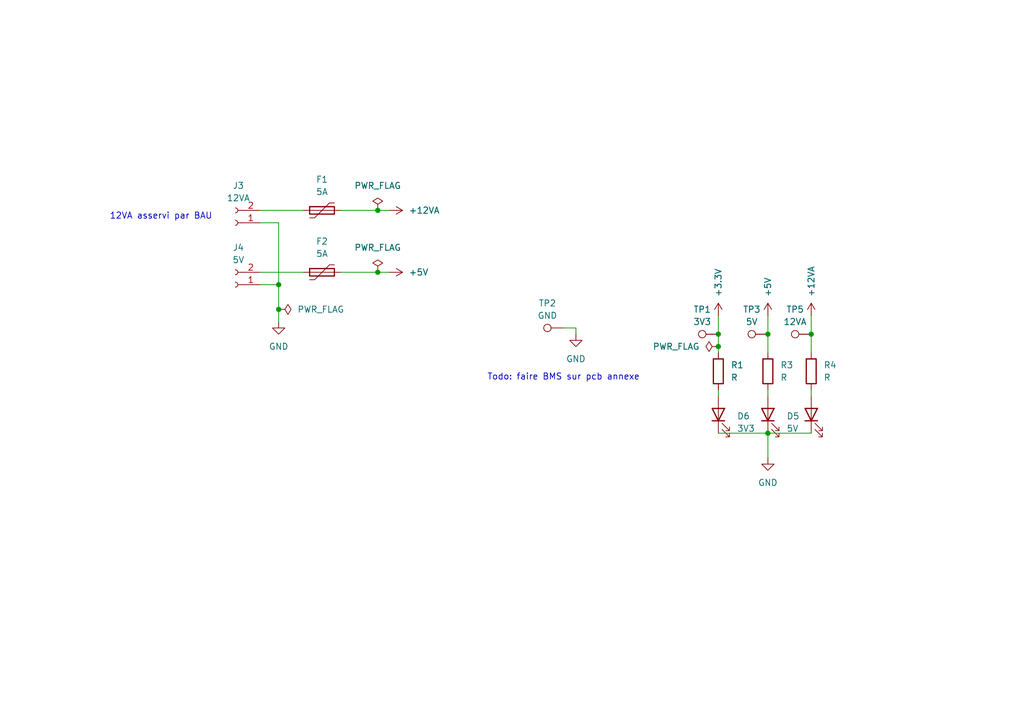
<source format=kicad_sch>
(kicad_sch (version 20231120) (generator "eeschema") (generator_version "8.0")
  (paper "A5")
  (title_block (title "Carte Principale") (date "2024-08-12") (company "CRINSA") (comment 1 "Carte de contrôle pour le robot"))
  (lib_symbols
    (symbol "Connector:Conn_01x02_Socket" (pin_names (offset 1.016) hide)
      (property "Reference" "J" (at 0 2.54 0))
      (property "Value" "Conn_01x02_Socket" (at 0 -5.08 0))
      (symbol "Conn_01x02_Socket_1_1"
        (arc (start 0 -2.032) (mid -0.5058 -2.54) (end 0 -3.048) (stroke (width 0.1524)))
        (polyline (pts (xy -1.27 -2.54) (xy -0.508 -2.54)) (stroke (width 0.1524)))
        (polyline (pts (xy -1.27 0) (xy -0.508 0)) (stroke (width 0.1524)))
        (arc (start 0 0.508) (mid -0.5058 0) (end 0 -0.508) (stroke (width 0.1524)))
        (pin passive line (at -5.08 0 0) (length 3.81) (name "Pin_1") (number "1"))
        (pin passive line (at -5.08 -2.54 0) (length 3.81) (name "Pin_2") (number "2"))
      )
    )
    (symbol "Connector:TestPoint" (pin_numbers hide) (pin_names (offset 0.762) hide)
      (property "Reference" "TP" (at 0 6.858 0))
      (property "Value" "TestPoint" (at 0 5.08 0))
      (symbol "TestPoint_0_1"
        (circle (center 0 3.302) (radius 0.762))
      )
      (symbol "TestPoint_1_1"
        (pin passive line (at 0 0 90) (length 2.54) (name "1") (number "1"))
      )
    )
    (symbol "Device:LED" (pin_numbers hide) (pin_names (offset 1.016) hide)
      (property "Reference" "D" (at 0 2.54 0))
      (property "Value" "LED" (at 0 -2.54 0))
      (symbol "LED_0_1"
        (polyline (pts (xy -1.27 -1.27) (xy -1.27 1.27)) (stroke (width 0.254)))
        (polyline (pts (xy -1.27 0) (xy 1.27 0)))
        (polyline (pts (xy 1.27 -1.27) (xy 1.27 1.27) (xy -1.27 0) (xy 1.27 -1.27)) (stroke (width 0.254)))
        (polyline (pts (xy -3.048 -0.762) (xy -4.572 -2.286) (xy -3.81 -2.286) (xy -4.572 -2.286) (xy -4.572 -1.524)))
        (polyline (pts (xy -1.778 -0.762) (xy -3.302 -2.286) (xy -2.54 -2.286) (xy -3.302 -2.286) (xy -3.302 -1.524)))
      )
      (symbol "LED_1_1"
        (pin passive line (at -3.81 0 0) (length 2.54) (name "K") (number "1"))
        (pin passive line (at 3.81 0 180) (length 2.54) (name "A") (number "2"))
      )
    )
    (symbol "Device:Polyfuse" (pin_numbers hide) (pin_names (offset 0))
      (property "Reference" "F" (at -2.54 0 90))
      (property "Value" "Polyfuse" (at 2.54 0 90))
      (symbol "Polyfuse_0_1"
        (rectangle (start -0.762 2.54) (end 0.762 -2.54) (stroke (width 0.254)))
        (polyline (pts (xy 0 2.54) (xy 0 -2.54)))
        (polyline (pts (xy -1.524 2.54) (xy -1.524 1.524) (xy 1.524 -1.524) (xy 1.524 -2.54)))
      )
      (symbol "Polyfuse_1_1"
        (pin passive line (at 0 3.81 270) (length 1.27) (name "~") (number "1"))
        (pin passive line (at 0 -3.81 90) (length 1.27) (name "~") (number "2"))
      )
    )
    (symbol "Device:R" (pin_numbers hide) (pin_names (offset 0))
      (property "Reference" "R" (at 2.032 0 90))
      (property "Value" "R" (at 0 0 90))
      (symbol "R_0_1"
        (rectangle (start -1.016 -2.54) (end 1.016 2.54) (stroke (width 0.254)))
      )
      (symbol "R_1_1"
        (pin passive line (at 0 3.81 270) (length 1.27) (name "~") (number "1"))
        (pin passive line (at 0 -3.81 90) (length 1.27) (name "~") (number "2"))
      )
    )
    (symbol "power:+12VA" (power) (pin_numbers hide) (pin_names (offset 0) hide)
      (property "Value" "+12VA" (at 0 3.556 0))
      (symbol "+12VA_0_1"
        (polyline (pts (xy -0.762 1.27) (xy 0 2.54)))
        (polyline (pts (xy 0 0) (xy 0 2.54)))
        (polyline (pts (xy 0 2.54) (xy 0.762 1.27)))
      )
      (symbol "+12VA_1_1"
        (pin power_in line (at 0 0 90) (length 0) (name "~") (number "1"))
      )
    )
    (symbol "power:+3.3V" (power) (pin_numbers hide) (pin_names (offset 0) hide)
      (property "Value" "+3.3V" (at 0 3.556 0))
      (symbol "+3.3V_0_1"
        (polyline (pts (xy -0.762 1.27) (xy 0 2.54)))
        (polyline (pts (xy 0 0) (xy 0 2.54)))
        (polyline (pts (xy 0 2.54) (xy 0.762 1.27)))
      )
      (symbol "+3.3V_1_1"
        (pin power_in line (at 0 0 90) (length 0) (name "~") (number "1"))
      )
    )
    (symbol "power:+5V" (power) (pin_numbers hide) (pin_names (offset 0) hide)
      (property "Value" "+5V" (at 0 3.556 0))
      (symbol "+5V_0_1"
        (polyline (pts (xy -0.762 1.27) (xy 0 2.54)))
        (polyline (pts (xy 0 0) (xy 0 2.54)))
        (polyline (pts (xy 0 2.54) (xy 0.762 1.27)))
      )
      (symbol "+5V_1_1"
        (pin power_in line (at 0 0 90) (length 0) (name "~") (number "1"))
      )
    )
    (symbol "power:GND" (power) (pin_numbers hide) (pin_names (offset 0) hide)
      (property "Value" "GND" (at 0 -3.81 0))
      (symbol "GND_0_1"
        (polyline (pts (xy 0 0) (xy 0 -1.27) (xy 1.27 -1.27) (xy 0 -2.54) (xy -1.27 -1.27) (xy 0 -1.27)))
      )
      (symbol "GND_1_1"
        (pin power_in line (at 0 0 270) (length 0) (name "~") (number "1"))
      )
    )
    (symbol "power:PWR_FLAG" (power) (pin_numbers hide) (pin_names (offset 0) hide)
      (property "Value" "PWR_FLAG" (at 0 3.81 0))
      (symbol "PWR_FLAG_0_0"
        (pin power_out line (at 0 0 90) (length 0) (name "~") (number "1"))
      )
      (symbol "PWR_FLAG_0_1"
        (polyline (pts (xy 0 0) (xy 0 1.27) (xy -1.016 1.905) (xy 0 2.54) (xy 1.016 1.905) (xy 0 1.27)))
      )
    )
  )
  (junction (at 77.47 55.88))
  (junction (at 57.15 63.5))
  (junction (at 77.47 43.18))
  (junction (at 147.32 68.58))
  (junction (at 157.48 68.58))
  (junction (at 147.32 71.12))
  (junction (at 166.37 68.58))
  (junction (at 57.15 58.42))
  (junction (at 157.48 88.9))
  (wire (pts (xy 118.11 67.31) (xy 118.11 68.58)))
  (wire (pts (xy 147.32 68.58) (xy 147.32 71.12)))
  (wire (pts (xy 166.37 68.58) (xy 166.37 64.77)))
  (wire (pts (xy 157.48 88.9) (xy 157.48 93.98)))
  (wire (pts (xy 157.48 68.58) (xy 157.48 64.77)))
  (wire (pts (xy 53.34 58.42) (xy 57.15 58.42)))
  (wire (pts (xy 166.37 72.39) (xy 166.37 68.58)))
  (wire (pts (xy 80.01 43.18) (xy 77.47 43.18)))
  (wire (pts (xy 166.37 81.28) (xy 166.37 80.01)))
  (wire (pts (xy 147.32 64.77) (xy 147.32 68.58)))
  (wire (pts (xy 57.15 45.72) (xy 57.15 58.42)))
  (wire (pts (xy 157.48 88.9) (xy 166.37 88.9)))
  (wire (pts (xy 147.32 72.39) (xy 147.32 71.12)))
  (wire (pts (xy 53.34 43.18) (xy 62.23 43.18)))
  (wire (pts (xy 147.32 88.9) (xy 157.48 88.9)))
  (wire (pts (xy 53.34 55.88) (xy 62.23 55.88)))
  (wire (pts (xy 157.48 72.39) (xy 157.48 68.58)))
  (wire (pts (xy 69.85 43.18) (xy 77.47 43.18)))
  (wire (pts (xy 115.57 67.31) (xy 118.11 67.31)))
  (wire (pts (xy 57.15 58.42) (xy 57.15 63.5)))
  (wire (pts (xy 147.32 81.28) (xy 147.32 80.01)))
  (wire (pts (xy 157.48 81.28) (xy 157.48 80.01)))
  (wire (pts (xy 80.01 55.88) (xy 77.47 55.88)))
  (wire (pts (xy 57.15 63.5) (xy 57.15 66.04)))
  (wire (pts (xy 69.85 55.88) (xy 77.47 55.88)))
  (wire (pts (xy 53.34 45.72) (xy 57.15 45.72)))
  (text "12VA asservi par BAU" (at 33.02 44.45 0) (effects (font (size 1.27 1.27))))
  (text "Todo: faire BMS sur pcb annexe\n" (at 115.57 77.47 0) (effects (font (size 1.27 1.27))))
  (symbol (lib_id "Device:R") (at 157.48 76.2 0) (unit 1)
    (property "Reference" "R3" (at 160.02 74.9299 0) (effects (justify left)))
    (property "Value" "R" (at 160.02 77.4699 0) (effects (justify left)))
    (property "Footprint" "Resistor_SMD:R_1210_3225Metric_Pad1.30x2.65mm_HandSolder" (effects (hide yes)))
    (property "Description" "Resistor" (effects (hide yes)))
  )
  (symbol (lib_id "Connector:TestPoint") (at 157.48 68.58 90) (unit 1)
    (property "Reference" "TP3" (at 154.178 63.5 90))
    (property "Value" "5V" (at 154.178 66.04 90))
    (property "Footprint" "Connector_Pin:Pin_D1.0mm_L10.0mm" (effects (hide yes)))
    (property "Description" "test point" (effects (hide yes)))
  )
  (symbol (lib_id "power:+12VA") (at 166.37 64.77 0) (mirror y) (unit 1)
    (property "Reference" "#PWR023" (effects (hide yes)))
    (property "Value" "+12VA" (at 166.3701 60.96 90) (effects (justify left)))
    (property "Description" "Power symbol creates a global label with name \"+12VA\"" (effects (hide yes)))
  )
  (symbol (lib_id "power:GND") (at 118.11 68.58 0) (unit 1)
    (property "Reference" "#PWR025" (effects (hide yes)))
    (property "Value" "GND" (at 118.11 73.66 0))
    (property "Description" "Power symbol creates a global label with name \"GND\" , ground" (effects (hide yes)))
  )
  (symbol (lib_id "power:+5V") (at 80.01 55.88 270) (unit 1)
    (property "Reference" "#PWR019" (effects (hide yes)))
    (property "Value" "+5V" (at 83.82 55.8799 90) (effects (justify left)))
    (property "Description" "Power symbol creates a global label with name \"+5V\"" (effects (hide yes)))
  )
  (symbol (lib_id "power:PWR_FLAG") (at 57.15 63.5 270) (unit 1)
    (property "Reference" "#FLG04" (effects (hide yes)))
    (property "Value" "PWR_FLAG" (at 60.96 63.4999 90) (effects (justify left)))
    (property "Description" "Special symbol for telling ERC where power comes from" (effects (hide yes)))
  )
  (symbol (lib_id "power:+12VA") (at 80.01 43.18 270) (unit 1)
    (property "Reference" "#PWR016" (effects (hide yes)))
    (property "Value" "+12VA" (at 83.82 43.1799 90) (effects (justify left)))
    (property "Description" "Power symbol creates a global label with name \"+12VA\"" (effects (hide yes)))
  )
  (symbol (lib_id "Device:R") (at 147.32 76.2 0) (unit 1)
    (property "Reference" "R1" (at 149.86 74.9299 0) (effects (justify left)))
    (property "Value" "R" (at 149.86 77.4699 0) (effects (justify left)))
    (property "Footprint" "Resistor_SMD:R_1210_3225Metric_Pad1.30x2.65mm_HandSolder" (effects (hide yes)))
    (property "Description" "Resistor" (effects (hide yes)))
  )
  (symbol (lib_id "Device:LED") (at 147.32 85.09 90) (unit 1)
    (property "Reference" "D6" (at 151.13 85.4074 90) (effects (justify right)))
    (property "Value" "3V3" (at 151.13 87.9474 90) (effects (justify right)))
    (property "Footprint" "LED_SMD:LED_2010_5025Metric_Pad1.52x2.65mm_HandSolder" (effects (hide yes)))
    (property "Description" "Light emitting diode" (effects (hide yes)))
  )
  (symbol (lib_id "Device:Polyfuse") (at 66.04 43.18 90) (unit 1)
    (property "Reference" "F1" (at 66.04 36.83 90))
    (property "Value" "5A" (at 66.04 39.37 90))
    (property "Footprint" "Fuse:Fuse_2010_5025Metric_Pad1.52x2.65mm_HandSolder" (effects (hide yes)))
    (property "Description" "Resettable fuse, polymeric positive temperature coefficient" (effects (hide yes)))
  )
  (symbol (lib_id "Device:Polyfuse") (at 66.04 55.88 90) (unit 1)
    (property "Reference" "F2" (at 66.04 49.53 90))
    (property "Value" "5A" (at 66.04 52.07 90))
    (property "Footprint" "Fuse:Fuse_2010_5025Metric_Pad1.52x2.65mm_HandSolder" (effects (hide yes)))
    (property "Description" "Resettable fuse, polymeric positive temperature coefficient" (effects (hide yes)))
  )
  (symbol (lib_id "power:PWR_FLAG") (at 77.47 43.18 0) (unit 1)
    (property "Reference" "#FLG01" (effects (hide yes)))
    (property "Value" "PWR_FLAG" (at 77.47 38.1 0))
    (property "Description" "Special symbol for telling ERC where power comes from" (effects (hide yes)))
  )
  (symbol (lib_id "Connector:Conn_01x02_Socket") (at 48.26 45.72 180) (unit 1)
    (property "Reference" "J3" (at 48.895 38.1 0))
    (property "Value" "12VA" (at 48.895 40.64 0))
    (property "Footprint" "Connector_AMASS:AMASS_XT60-M_1x02_P7.20mm_Vertical" (effects (hide yes)))
    (property "Description" "Generic connector, single row, 01x02, script generated" (effects (hide yes)))
  )
  (symbol (lib_id "Device:LED") (at 157.48 85.09 90) (unit 1)
    (property "Reference" "D5" (at 161.29 85.4074 90) (effects (justify right)))
    (property "Value" "5V" (at 161.29 87.9474 90) (effects (justify right)))
    (property "Footprint" "LED_SMD:LED_2010_5025Metric_Pad1.52x2.65mm_HandSolder" (effects (hide yes)))
    (property "Description" "Light emitting diode" (effects (hide yes)))
  )
  (symbol (lib_id "power:GND") (at 57.15 66.04 0) (unit 1)
    (property "Reference" "#PWR024" (effects (hide yes)))
    (property "Value" "GND" (at 57.15 71.12 0))
    (property "Description" "Power symbol creates a global label with name \"GND\" , ground" (effects (hide yes)))
  )
  (symbol (lib_id "Device:R") (at 166.37 76.2 0) (unit 1)
    (property "Reference" "R4" (at 168.91 74.9299 0) (effects (justify left)))
    (property "Value" "R" (at 168.91 77.4699 0) (effects (justify left)))
    (property "Footprint" "Resistor_SMD:R_1210_3225Metric_Pad1.30x2.65mm_HandSolder" (effects (hide yes)))
    (property "Description" "Resistor" (effects (hide yes)))
  )
  (symbol (lib_id "power:GND") (at 157.48 93.98 0) (unit 1)
    (property "Reference" "#PWR026" (effects (hide yes)))
    (property "Value" "GND" (at 157.48 99.06 0))
    (property "Description" "Power symbol creates a global label with name \"GND\" , ground" (effects (hide yes)))
  )
  (symbol (lib_id "power:PWR_FLAG") (at 147.32 71.12 90) (unit 1)
    (property "Reference" "#FLG05" (effects (hide yes)))
    (property "Value" "PWR_FLAG" (at 143.51 71.1199 90) (effects (justify left)))
    (property "Description" "Special symbol for telling ERC where power comes from" (effects (hide yes)))
  )
  (symbol (lib_id "power:+5V") (at 157.48 64.77 0) (mirror y) (unit 1)
    (property "Reference" "#PWR022" (effects (hide yes)))
    (property "Value" "+5V" (at 157.4801 60.96 90) (effects (justify left)))
    (property "Description" "Power symbol creates a global label with name \"+5V\"" (effects (hide yes)))
  )
  (symbol (lib_id "power:+3.3V") (at 147.32 64.77 0) (mirror y) (unit 1)
    (property "Reference" "#PWR020" (effects (hide yes)))
    (property "Value" "+3.3V" (at 147.3201 60.96 90) (effects (justify left)))
    (property "Description" "Power symbol creates a global label with name \"+3.3V\"" (effects (hide yes)))
  )
  (symbol (lib_id "power:PWR_FLAG") (at 77.47 55.88 0) (unit 1)
    (property "Reference" "#FLG03" (effects (hide yes)))
    (property "Value" "PWR_FLAG" (at 77.47 50.8 0))
    (property "Description" "Special symbol for telling ERC where power comes from" (effects (hide yes)))
  )
  (symbol (lib_id "Connector:TestPoint") (at 147.32 68.58 90) (unit 1)
    (property "Reference" "TP1" (at 144.018 63.5 90))
    (property "Value" "3V3" (at 144.018 66.04 90))
    (property "Footprint" "Connector_Pin:Pin_D1.0mm_L10.0mm" (effects (hide yes)))
    (property "Description" "test point" (effects (hide yes)))
  )
  (symbol (lib_id "Connector:TestPoint") (at 115.57 67.31 90) (unit 1)
    (property "Reference" "TP2" (at 112.268 62.23 90))
    (property "Value" "GND" (at 112.268 64.77 90))
    (property "Footprint" "Connector_Pin:Pin_D1.0mm_L10.0mm" (effects (hide yes)))
    (property "Description" "test point" (effects (hide yes)))
  )
  (symbol (lib_id "Device:LED") (at 166.37 85.09 90) (unit 1)
    (property "Reference" "D7" (effects (hide yes)))
    (property "Value" "12VA" (effects (hide yes)))
    (property "Footprint" "LED_SMD:LED_2010_5025Metric_Pad1.52x2.65mm_HandSolder" (effects (hide yes)))
    (property "Description" "Light emitting diode" (effects (hide yes)))
  )
  (symbol (lib_id "Connector:Conn_01x02_Socket") (at 48.26 58.42 180) (unit 1)
    (property "Reference" "J4" (at 48.895 50.8 0))
    (property "Value" "5V" (at 48.895 53.34 0))
    (property "Footprint" "Connector_AMASS:AMASS_XT30U-M_1x02_P5.0mm_Vertical" (effects (hide yes)))
    (property "Description" "Generic connector, single row, 01x02, script generated" (effects (hide yes)))
  )
  (symbol (lib_id "Connector:TestPoint") (at 166.37 68.58 90) (unit 1)
    (property "Reference" "TP5" (at 163.068 63.5 90))
    (property "Value" "12VA" (at 163.068 66.04 90))
    (property "Footprint" "Connector_Pin:Pin_D1.0mm_L10.0mm" (effects (hide yes)))
    (property "Description" "test point" (effects (hide yes)))
  )
)
</source>
